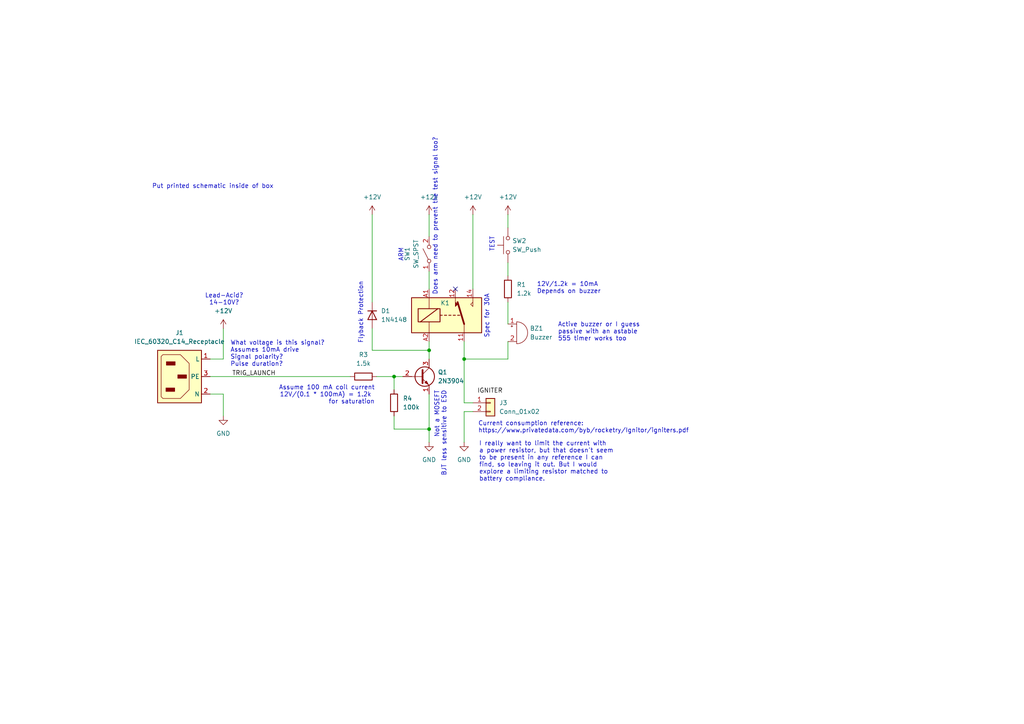
<source format=kicad_sch>
(kicad_sch (version 20250114) (generator "eeschema") (generator_version "9.0")
  (paper "A4")
  (lib_symbols
    (symbol "Connector:IEC_60320_C14_Receptacle"
      (property "Reference" "J" (at -5.842 8.636 0))
      (property "Value" "IEC_60320_C14_Receptacle" (at 0 -9.144 0))
      (symbol "IEC_60320_C14_Receptacle_1_1"
        (rectangle (start -6.35 7.62) (end 6.35 -7.62) (stroke (width 0.254)) (fill (type background)))
        (polyline (pts (xy -4.826 -6.35) (xy -5.334 -5.842) (xy -5.334 5.842) (xy -4.826 6.35) (xy 0.254 6.35) (xy 2.794 3.81) (xy 2.794 -3.81) (xy 0.254 -6.35) (xy -4.826 -6.35)) (fill (type background)))
        (rectangle (start -3.937 -3.302) (end -1.397 -4.318) (fill (type outline)))
        (rectangle (start -3.81 4.318) (end -1.27 3.302) (fill (type outline)))
        (rectangle (start -0.508 0.508) (end 2.032 -0.508) (fill (type outline)))
        (pin power_in line (at 8.89 5.08 180) (length 2.54) (name "L") (number "1"))
        (pin bidirectional line (at 8.89 0 180) (length 2.54) (name "PE") (number "3"))
        (pin power_in line (at 8.89 -5.08 180) (length 2.54) (name "N") (number "2"))
      )
    )
    (symbol "Connector_Generic:Conn_01x02" (pin_names (offset 1.016) (hide yes))
      (property "Reference" "J" (at 0 2.54 0))
      (property "Value" "Conn_01x02" (at 0 -5.08 0))
      (symbol "Conn_01x02_1_1"
        (rectangle (start -1.27 1.27) (end 1.27 -3.81) (stroke (width 0.254)) (fill (type background)))
        (rectangle (start -1.27 0.127) (end 0 -0.127) (stroke (width 0.1524)))
        (rectangle (start -1.27 -2.413) (end 0 -2.667) (stroke (width 0.1524)))
        (pin passive line (at -5.08 0 0) (length 3.81) (name "Pin_1") (number "1"))
        (pin passive line (at -5.08 -2.54 0) (length 3.81) (name "Pin_2") (number "2"))
      )
    )
    (symbol "Device:Buzzer" (pin_names (offset 0.0254) (hide yes))
      (property "Reference" "BZ" (at 3.81 1.27 0))
      (property "Value" "Buzzer" (at 3.81 -1.27 0))
      (symbol "Buzzer_0_1"
        (polyline (pts (xy -1.651 1.905) (xy -1.143 1.905)))
        (polyline (pts (xy -1.397 2.159) (xy -1.397 1.651)))
        (arc (start 0 3.175) (mid 3.1612 0) (end 0 -3.175))
        (polyline (pts (xy 0 3.175) (xy 0 -3.175)))
      )
      (symbol "Buzzer_1_1"
        (pin passive line (at -2.54 2.54 0) (length 2.54) (name "+") (number "1"))
        (pin passive line (at -2.54 -2.54 0) (length 2.54) (name "-") (number "2"))
      )
    )
    (symbol "Device:D" (pin_numbers (hide yes)) (pin_names (offset 1.016) (hide yes))
      (property "Reference" "D" (at 0 2.54 0))
      (property "Value" "D" (at 0 -2.54 0))
      (symbol "D_0_1"
        (polyline (pts (xy -1.27 1.27) (xy -1.27 -1.27)) (stroke (width 0.254)))
        (polyline (pts (xy 1.27 1.27) (xy 1.27 -1.27) (xy -1.27 0) (xy 1.27 1.27)) (stroke (width 0.254)))
        (polyline (pts (xy 1.27 0) (xy -1.27 0)))
      )
      (symbol "D_1_1"
        (pin passive line (at -3.81 0 0) (length 2.54) (name "K") (number "1"))
        (pin passive line (at 3.81 0 180) (length 2.54) (name "A") (number "2"))
      )
    )
    (symbol "Device:R" (pin_numbers (hide yes)) (pin_names (offset 0))
      (property "Reference" "R" (at 2.032 0 90))
      (property "Value" "R" (at 0 0 90))
      (symbol "R_0_1"
        (rectangle (start -1.016 -2.54) (end 1.016 2.54) (stroke (width 0.254)))
      )
      (symbol "R_1_1"
        (pin passive line (at 0 3.81 270) (length 1.27) (name "~") (number "1"))
        (pin passive line (at 0 -3.81 90) (length 1.27) (name "~") (number "2"))
      )
    )
    (symbol "Relay:FINDER-40.41"
      (property "Reference" "K" (at 11.43 3.81 0))
      (property "Value" "FINDER-40.41" (at 11.43 1.27 0))
      (symbol "FINDER-40.41_0_0"
        (polyline (pts (xy 7.62 5.08) (xy 7.62 2.54) (xy 6.985 3.175) (xy 7.62 3.81)))
      )
      (symbol "FINDER-40.41_0_1"
        (rectangle (start -10.16 5.08) (end 10.16 -5.08) (stroke (width 0.254)) (fill (type background)))
        (rectangle (start -8.255 1.905) (end -1.905 -1.905) (stroke (width 0.254)))
        (polyline (pts (xy -7.62 -1.905) (xy -2.54 1.905)) (stroke (width 0.254)))
        (polyline (pts (xy -5.08 5.08) (xy -5.08 1.905)))
        (polyline (pts (xy -5.08 -5.08) (xy -5.08 -1.905)))
        (polyline (pts (xy -1.905 0) (xy -1.27 0)) (stroke (width 0.254)))
        (polyline (pts (xy -0.635 0) (xy 0 0)) (stroke (width 0.254)))
        (polyline (pts (xy 0.635 0) (xy 1.27 0)) (stroke (width 0.254)))
        (polyline (pts (xy 1.905 0) (xy 2.54 0)) (stroke (width 0.254)))
        (polyline (pts (xy 2.54 5.08) (xy 2.54 2.54) (xy 3.175 3.175) (xy 2.54 3.81)) (fill (type outline)))
        (polyline (pts (xy 3.175 0) (xy 3.81 0)) (stroke (width 0.254)))
        (polyline (pts (xy 5.08 -2.54) (xy 3.175 3.81)) (stroke (width 0.508)))
        (polyline (pts (xy 5.08 -2.54) (xy 5.08 -5.08)))
      )
      (symbol "FINDER-40.41_1_1"
        (pin passive line (at -5.08 7.62 270) (length 2.54) (name "~") (number "A1"))
        (pin passive line (at -5.08 -7.62 90) (length 2.54) (name "~") (number "A2"))
        (pin passive line (at 2.54 7.62 270) (length 2.54) (name "~") (number "12"))
        (pin passive line (at 5.08 -7.62 90) (length 2.54) (name "~") (number "11"))
        (pin passive line (at 7.62 7.62 270) (length 2.54) (name "~") (number "14"))
      )
    )
    (symbol "Switch:SW_Push" (pin_numbers (hide yes)) (pin_names (offset 1.016) (hide yes))
      (property "Reference" "SW" (at 1.27 2.54 0))
      (property "Value" "SW_Push" (at 0 -1.524 0))
      (symbol "SW_Push_0_1"
        (circle (center -2.032 0) (radius 0.508))
        (polyline (pts (xy 0 1.27) (xy 0 3.048)))
        (circle (center 2.032 0) (radius 0.508))
        (polyline (pts (xy 2.54 1.27) (xy -2.54 1.27)))
        (pin passive line (at -5.08 0 0) (length 2.54) (name "1") (number "1"))
        (pin passive line (at 5.08 0 180) (length 2.54) (name "2") (number "2"))
      )
    )
    (symbol "Switch:SW_SPST" (pin_names (offset 0) (hide yes))
      (property "Reference" "SW" (at 0 3.175 0))
      (property "Value" "SW_SPST" (at 0 -2.54 0))
      (symbol "SW_SPST_0_0"
        (circle (center -2.032 0) (radius 0.508))
        (polyline (pts (xy -1.524 0.254) (xy 1.524 1.778)))
        (circle (center 2.032 0) (radius 0.508))
      )
      (symbol "SW_SPST_1_1"
        (pin passive line (at -5.08 0 0) (length 2.54) (name "A") (number "1"))
        (pin passive line (at 5.08 0 180) (length 2.54) (name "B") (number "2"))
      )
    )
    (symbol "Transistor_BJT:Q_NPN_EBC" (pin_names (offset 0) (hide yes))
      (property "Reference" "Q" (at 5.08 1.27 0))
      (property "Value" "Q_NPN_EBC" (at 5.08 -1.27 0))
      (symbol "Q_NPN_EBC_0_1"
        (polyline (pts (xy -2.54 0) (xy 0.635 0)))
        (polyline (pts (xy 0.635 1.905) (xy 0.635 -1.905)) (stroke (width 0.508)))
        (circle (center 1.27 0) (radius 2.8194) (stroke (width 0.254)))
      )
      (symbol "Q_NPN_EBC_1_1"
        (polyline (pts (xy 0.635 0.635) (xy 2.54 2.54)))
        (polyline (pts (xy 0.635 -0.635) (xy 2.54 -2.54)))
        (polyline (pts (xy 1.27 -1.778) (xy 1.778 -1.27) (xy 2.286 -2.286) (xy 1.27 -1.778)) (fill (type outline)))
        (pin input line (at -5.08 0 0) (length 2.54) (name "B") (number "2"))
        (pin passive line (at 2.54 5.08 270) (length 2.54) (name "C") (number "3"))
        (pin passive line (at 2.54 -5.08 90) (length 2.54) (name "E") (number "1"))
      )
    )
    (symbol "power:+12V" (power) (pin_numbers (hide yes)) (pin_names (offset 0) (hide yes))
      (property "Value" "+12V" (at 0 3.556 0))
      (symbol "+12V_0_1"
        (polyline (pts (xy -0.762 1.27) (xy 0 2.54)))
        (polyline (pts (xy 0 2.54) (xy 0.762 1.27)))
        (polyline (pts (xy 0 0) (xy 0 2.54)))
      )
      (symbol "+12V_1_1"
        (pin power_in line (at 0 0 90) (length 0) (name "~") (number "1"))
      )
    )
    (symbol "power:GND" (power) (pin_numbers (hide yes)) (pin_names (offset 0) (hide yes))
      (property "Value" "GND" (at 0 -3.81 0))
      (symbol "GND_0_1"
        (polyline (pts (xy 0 0) (xy 0 -1.27) (xy 1.27 -1.27) (xy 0 -2.54) (xy -1.27 -1.27) (xy 0 -1.27)))
      )
      (symbol "GND_1_1"
        (pin power_in line (at 0 0 270) (length 0) (name "~") (number "1"))
      )
    )
  )
  (text "Put printed schematic inside of box" (at 61.722 54.102 0) (effects (font (size 1.27 1.27))))
  (text "Current consumption reference:\nhttps://www.privatedata.com/byb/rocketry/Ignitor/igniters.pdf" (at 138.684 123.952 0) (effects (font (size 1.27 1.27)) (justify left)))
  (text "Spec for 30A" (at 141.224 91.694 90) (effects (font (size 1.27 1.27))))
  (text "Lead-Acid?\n14-10V?" (at 65.024 86.868 0) (effects (font (size 1.27 1.27))))
  (text "ARM" (at 116.332 73.914 90) (effects (font (size 1.27 1.27))))
  (text "Active buzzer or I guess \npassive with an astable \n555 timer works too" (at 161.798 96.266 0) (effects (font (size 1.27 1.27)) (justify left)))
  (text "Flyback Protection" (at 104.648 90.678 90) (effects (font (size 1.27 1.27))))
  (text "Does arm need to prevent the test signal too?" (at 126.238 62.738 90) (effects (font (size 1.27 1.27))))
  (text "Not a MOSEFT\nBJT less sensitive to ESD" (at 127.762 113.284 90) (effects (font (size 1.27 1.27)) (justify right)))
  (text "I really want to limit the current with\na power resistor, but that doesn't seem\nto be present in any reference I can\nfind, so leaving it out. But I would\nexplore a limiting resistor matched to\nbattery compliance." (at 138.938 133.858 0) (effects (font (size 1.27 1.27)) (justify left)))
  (text "What voltage is this signal?\nAssumes 10mA drive\nSignal polarity?\nPulse duration?" (at 66.802 102.616 0) (effects (font (size 1.27 1.27)) (justify left)))
  (text "Assume 100 mA coil current\n12V/(0.1 * 100mA) = 1.2k \nfor saturation" (at 108.712 114.554 0) (effects (font (size 1.27 1.27)) (justify right)))
  (text "12V/1.2k = 10mA\nDepends on buzzer" (at 155.702 83.566 0) (effects (font (size 1.27 1.27)) (justify left)))
  (text "TEST" (at 142.748 70.866 90) (effects (font (size 1.27 1.27))))
  (junction (at 134.62 104.14))
  (junction (at 114.3 109.22))
  (junction (at 124.46 101.6))
  (junction (at 124.46 124.46))
  (no_connect (at 132.08 83.82))
  (wire (pts (xy 137.16 116.84) (xy 134.62 116.84)))
  (wire (pts (xy 60.96 104.14) (xy 64.77 104.14)))
  (wire (pts (xy 134.62 119.38) (xy 137.16 119.38)))
  (wire (pts (xy 107.95 62.23) (xy 107.95 87.63)))
  (wire (pts (xy 124.46 124.46) (xy 124.46 128.27)))
  (wire (pts (xy 60.96 109.22) (xy 101.6 109.22)))
  (wire (pts (xy 124.46 101.6) (xy 124.46 104.14)))
  (wire (pts (xy 64.77 114.3) (xy 64.77 120.65)))
  (wire (pts (xy 147.32 87.63) (xy 147.32 93.98)))
  (wire (pts (xy 109.22 109.22) (xy 114.3 109.22)))
  (wire (pts (xy 124.46 62.23) (xy 124.46 68.58)))
  (wire (pts (xy 147.32 76.2) (xy 147.32 80.01)))
  (wire (pts (xy 137.16 62.23) (xy 137.16 83.82)))
  (wire (pts (xy 114.3 109.22) (xy 114.3 113.03)))
  (wire (pts (xy 114.3 109.22) (xy 116.84 109.22)))
  (wire (pts (xy 114.3 124.46) (xy 124.46 124.46)))
  (wire (pts (xy 134.62 104.14) (xy 134.62 116.84)))
  (wire (pts (xy 147.32 62.23) (xy 147.32 66.04)))
  (wire (pts (xy 134.62 104.14) (xy 147.32 104.14)))
  (wire (pts (xy 64.77 95.25) (xy 64.77 104.14)))
  (wire (pts (xy 107.95 101.6) (xy 124.46 101.6)))
  (wire (pts (xy 134.62 99.06) (xy 134.62 104.14)))
  (wire (pts (xy 114.3 120.65) (xy 114.3 124.46)))
  (wire (pts (xy 147.32 99.06) (xy 147.32 104.14)))
  (wire (pts (xy 60.96 114.3) (xy 64.77 114.3)))
  (wire (pts (xy 124.46 114.3) (xy 124.46 124.46)))
  (wire (pts (xy 134.62 119.38) (xy 134.62 128.27)))
  (wire (pts (xy 124.46 78.74) (xy 124.46 83.82)))
  (wire (pts (xy 107.95 95.25) (xy 107.95 101.6)))
  (wire (pts (xy 124.46 99.06) (xy 124.46 101.6)))
  (label "TRIG_LAUNCH" (at 67.31 109.22 0))
  (label "IGNITER" (at 138.43 114.3 0))
  (symbol (lib_id "power:+12V") (at 147.32 62.23 0) (unit 1)
    (property "Reference" "#PWR06" (effects (hide yes)))
    (property "Value" "+12V" (at 147.32 57.15 0))
    (property "Description" "Power symbol creates a global label with name \"+12V\"" (effects (hide yes)))
  )
  (symbol (lib_id "Switch:SW_SPST") (at 124.46 73.66 90) (unit 1)
    (property "Reference" "SW1" (at 118.11 73.66 0))
    (property "Value" "SW_SPST" (at 120.65 73.66 0))
    (property "Description" "Single Pole Single Throw (SPST) switch" (effects (hide yes)))
  )
  (symbol (lib_id "Device:R") (at 147.32 83.82 0) (unit 1)
    (property "Reference" "R1" (at 149.86 82.5499 0) (effects (justify left)))
    (property "Value" "1.2k" (at 149.86 85.0899 0) (effects (justify left)))
    (property "Description" "Resistor" (effects (hide yes)))
  )
  (symbol (lib_id "power:+12V") (at 124.46 62.23 0) (unit 1)
    (property "Reference" "#PWR07" (effects (hide yes)))
    (property "Value" "+12V" (at 124.46 57.15 0))
    (property "Description" "Power symbol creates a global label with name \"+12V\"" (effects (hide yes)))
  )
  (symbol (lib_id "Device:D") (at 107.95 91.44 270) (unit 1)
    (property "Reference" "D1" (at 110.49 90.1699 90) (effects (justify left)))
    (property "Value" "1N4148" (at 110.49 92.7099 90) (effects (justify left)))
    (property "Description" "Diode" (effects (hide yes)))
    (property "Sim.Device" "D" (effects (hide yes)))
    (property "Sim.Pins" "1=K 2=A" (effects (hide yes)))
  )
  (symbol (lib_id "Device:R") (at 114.3 116.84 0) (unit 1)
    (property "Reference" "R4" (at 116.84 115.5699 0) (effects (justify left)))
    (property "Value" "100k" (at 116.84 118.1099 0) (effects (justify left)))
    (property "Description" "Resistor" (effects (hide yes)))
  )
  (symbol (lib_id "power:GND") (at 124.46 128.27 0) (unit 1)
    (property "Reference" "#PWR03" (effects (hide yes)))
    (property "Value" "GND" (at 124.46 133.35 0))
    (property "Description" "Power symbol creates a global label with name \"GND\" , ground" (effects (hide yes)))
  )
  (symbol (lib_id "Transistor_BJT:Q_NPN_EBC") (at 121.92 109.22 0) (unit 1)
    (property "Reference" "Q1" (at 127 107.9499 0) (effects (justify left)))
    (property "Value" "2N3904" (at 127 110.4899 0) (effects (justify left)))
    (property "Description" "NPN transistor, emitter/base/collector" (effects (hide yes)))
  )
  (symbol (lib_id "Device:R") (at 105.41 109.22 90) (unit 1)
    (property "Reference" "R3" (at 105.41 102.87 90))
    (property "Value" "1.5k" (at 105.41 105.41 90))
    (property "Description" "Resistor" (effects (hide yes)))
  )
  (symbol (lib_id "Connector_Generic:Conn_01x02") (at 142.24 116.84 0) (unit 1)
    (property "Reference" "J3" (at 144.78 116.8399 0) (effects (justify left)))
    (property "Value" "Conn_01x02" (at 144.78 119.3799 0) (effects (justify left)))
    (property "Description" "Generic connector, single row, 01x02, script generated (kicad-library-utils/schlib/autogen/connector/)" (effects (hide yes)))
  )
  (symbol (lib_id "power:GND") (at 134.62 128.27 0) (unit 1)
    (property "Reference" "#PWR05" (effects (hide yes)))
    (property "Value" "GND" (at 134.62 133.35 0))
    (property "Description" "Power symbol creates a global label with name \"GND\" , ground" (effects (hide yes)))
  )
  (symbol (lib_id "Device:Buzzer") (at 149.86 96.52 0) (unit 1)
    (property "Reference" "BZ1" (at 153.67 95.2499 0) (effects (justify left)))
    (property "Value" "Buzzer" (at 153.67 97.7899 0) (effects (justify left)))
    (property "Description" "Buzzer, polarized" (effects (hide yes)))
  )
  (symbol (lib_id "power:+12V") (at 137.16 62.23 0) (unit 1)
    (property "Reference" "#PWR04" (effects (hide yes)))
    (property "Value" "+12V" (at 137.16 57.15 0))
    (property "Description" "Power symbol creates a global label with name \"+12V\"" (effects (hide yes)))
  )
  (symbol (lib_id "Connector:IEC_60320_C14_Receptacle") (at 52.07 109.22 0) (unit 1)
    (property "Reference" "J1" (at 52.07 96.52 0))
    (property "Value" "IEC_60320_C14_Receptacle" (at 52.07 99.06 0))
    (property "Description" "C14 Plug, 10A max" (effects (hide yes)))
  )
  (symbol (lib_id "power:GND") (at 64.77 120.65 0) (unit 1)
    (property "Reference" "#PWR01" (effects (hide yes)))
    (property "Value" "GND" (at 64.77 125.73 0))
    (property "Description" "Power symbol creates a global label with name \"GND\" , ground" (effects (hide yes)))
  )
  (symbol (lib_id "power:+12V") (at 107.95 62.23 0) (unit 1)
    (property "Reference" "#PWR08" (effects (hide yes)))
    (property "Value" "+12V" (at 107.95 57.15 0))
    (property "Description" "Power symbol creates a global label with name \"+12V\"" (effects (hide yes)))
  )
  (symbol (lib_id "Relay:FINDER-40.41") (at 129.54 91.44 0) (unit 1)
    (property "Reference" "K1" (at 127.762 87.884 0) (effects (justify left)))
    (property "Value" "FINDER-40.41" (effects (hide yes)))
    (property "Footprint" "Relay_THT:Relay_SPDT_Finder_40.41" (effects (hide yes)))
    (property "Datasheet" "https://www.finder-relais.net/de/finder-relais-serie-40.pdf" (effects (hide yes)))
    (property "Description" "PCB SPDT relay, 10A" (effects (hide yes)))
  )
  (symbol (lib_id "Switch:SW_Push") (at 147.32 71.12 90) (unit 1)
    (property "Reference" "SW2" (at 148.59 69.8499 90) (effects (justify right)))
    (property "Value" "SW_Push" (at 148.59 72.3899 90) (effects (justify right)))
    (property "Description" "Push button switch, generic, two pins" (effects (hide yes)))
  )
  (symbol (lib_id "power:+12V") (at 64.77 95.25 0) (unit 1)
    (property "Reference" "#PWR02" (effects (hide yes)))
    (property "Value" "+12V" (at 64.77 90.17 0))
    (property "Description" "Power symbol creates a global label with name \"+12V\"" (effects (hide yes)))
  )
)
</source>
